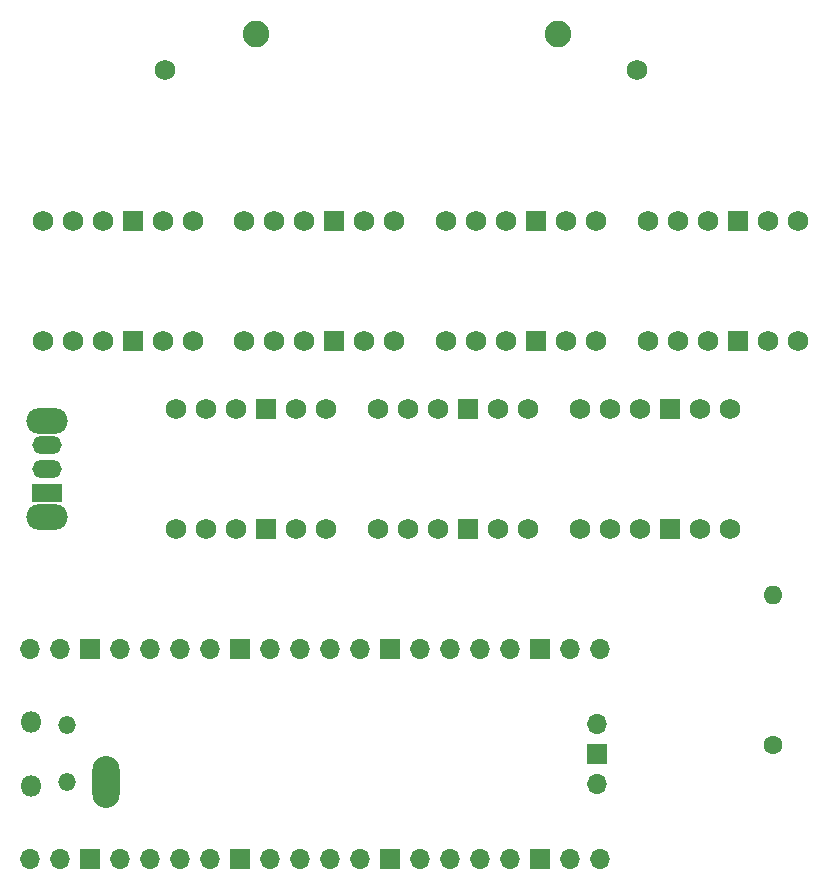
<source format=gbr>
%TF.GenerationSoftware,KiCad,Pcbnew,8.0.1*%
%TF.CreationDate,2024-03-28T23:27:52+01:00*%
%TF.ProjectId,shawazu-gb-dumper,73686177-617a-4752-9d67-622d64756d70,rev?*%
%TF.SameCoordinates,Original*%
%TF.FileFunction,Soldermask,Bot*%
%TF.FilePolarity,Negative*%
%FSLAX46Y46*%
G04 Gerber Fmt 4.6, Leading zero omitted, Abs format (unit mm)*
G04 Created by KiCad (PCBNEW 8.0.1) date 2024-03-28 23:27:52*
%MOMM*%
%LPD*%
G01*
G04 APERTURE LIST*
G04 Aperture macros list*
%AMRoundRect*
0 Rectangle with rounded corners*
0 $1 Rounding radius*
0 $2 $3 $4 $5 $6 $7 $8 $9 X,Y pos of 4 corners*
0 Add a 4 corners polygon primitive as box body*
4,1,4,$2,$3,$4,$5,$6,$7,$8,$9,$2,$3,0*
0 Add four circle primitives for the rounded corners*
1,1,$1+$1,$2,$3*
1,1,$1+$1,$4,$5*
1,1,$1+$1,$6,$7*
1,1,$1+$1,$8,$9*
0 Add four rect primitives between the rounded corners*
20,1,$1+$1,$2,$3,$4,$5,0*
20,1,$1+$1,$4,$5,$6,$7,0*
20,1,$1+$1,$6,$7,$8,$9,0*
20,1,$1+$1,$8,$9,$2,$3,0*%
G04 Aperture macros list end*
%ADD10C,1.750000*%
%ADD11C,2.250000*%
%ADD12RoundRect,0.102000X0.762000X-0.762000X0.762000X0.762000X-0.762000X0.762000X-0.762000X-0.762000X0*%
%ADD13C,1.728000*%
%ADD14O,2.300000X4.400000*%
%ADD15O,1.800000X1.800000*%
%ADD16O,1.500000X1.500000*%
%ADD17O,1.700000X1.700000*%
%ADD18R,1.700000X1.700000*%
%ADD19C,1.600000*%
%ADD20O,1.600000X1.600000*%
%ADD21O,3.500000X2.200000*%
%ADD22R,2.500000X1.500000*%
%ADD23O,2.500000X1.500000*%
G04 APERTURE END LIST*
D10*
%TO.C,J1*%
X118500000Y-41699200D03*
D11*
X126250000Y-38699200D03*
X151750000Y-38699200D03*
D10*
X158500000Y-41699200D03*
%TD*%
D12*
%TO.C,U1*%
X115770000Y-54500000D03*
X115770000Y-64660000D03*
D13*
X113230000Y-54500000D03*
X108150000Y-54500000D03*
X110690000Y-54500000D03*
X118310000Y-54500000D03*
X120850000Y-54500000D03*
X113230000Y-64660000D03*
X108150000Y-64660000D03*
X110690000Y-64660000D03*
X118310000Y-64660000D03*
X120850000Y-64660000D03*
%TD*%
D12*
%TO.C,U4*%
X167000000Y-54500000D03*
X167000000Y-64660000D03*
D13*
X164460000Y-54500000D03*
X159380000Y-54500000D03*
X161920000Y-54500000D03*
X169540000Y-54500000D03*
X172080000Y-54500000D03*
X164460000Y-64660000D03*
X159380000Y-64660000D03*
X161920000Y-64660000D03*
X169540000Y-64660000D03*
X172080000Y-64660000D03*
%TD*%
D14*
%TO.C,PICO_TP4*%
X113500000Y-102000000D03*
%TD*%
D12*
%TO.C,U3*%
X149923332Y-54500000D03*
X149923332Y-64660000D03*
D13*
X147383332Y-54500000D03*
X142303332Y-54500000D03*
X144843332Y-54500000D03*
X152463332Y-54500000D03*
X155003332Y-54500000D03*
X147383332Y-64660000D03*
X142303332Y-64660000D03*
X144843332Y-64660000D03*
X152463332Y-64660000D03*
X155003332Y-64660000D03*
%TD*%
D12*
%TO.C,U2*%
X132846666Y-54500000D03*
X132846666Y-64660000D03*
D13*
X130306666Y-54500000D03*
X125226666Y-54500000D03*
X127766666Y-54500000D03*
X135386666Y-54500000D03*
X137926666Y-54500000D03*
X130306666Y-64660000D03*
X125226666Y-64660000D03*
X127766666Y-64660000D03*
X135386666Y-64660000D03*
X137926666Y-64660000D03*
%TD*%
D12*
%TO.C,U6*%
X144175000Y-70420000D03*
X144175000Y-80580000D03*
D13*
X141635000Y-70420000D03*
X136555000Y-70420000D03*
X139095000Y-70420000D03*
X146715000Y-70420000D03*
X149255000Y-70420000D03*
X141635000Y-80580000D03*
X136555000Y-80580000D03*
X139095000Y-80580000D03*
X146715000Y-80580000D03*
X149255000Y-80580000D03*
%TD*%
D15*
%TO.C,U8*%
X107190000Y-102335000D03*
D16*
X110220000Y-102035000D03*
X110220000Y-97185000D03*
D15*
X107190000Y-96885000D03*
D17*
X107060000Y-108500000D03*
X109600000Y-108500000D03*
D18*
X112140000Y-108500000D03*
D17*
X114680000Y-108500000D03*
X117220000Y-108500000D03*
X119760000Y-108500000D03*
X122300000Y-108500000D03*
D18*
X124840000Y-108500000D03*
D17*
X127380000Y-108500000D03*
X129920000Y-108500000D03*
X132460000Y-108500000D03*
X135000000Y-108500000D03*
D18*
X137540000Y-108500000D03*
D17*
X140080000Y-108500000D03*
X142620000Y-108500000D03*
X145160000Y-108500000D03*
X147700000Y-108500000D03*
D18*
X150240000Y-108500000D03*
D17*
X152780000Y-108500000D03*
X155320000Y-108500000D03*
X155320000Y-90720000D03*
X152780000Y-90720000D03*
D18*
X150240000Y-90720000D03*
D17*
X147700000Y-90720000D03*
X145160000Y-90720000D03*
X142620000Y-90720000D03*
X140080000Y-90720000D03*
D18*
X137540000Y-90720000D03*
D17*
X135000000Y-90720000D03*
X132460000Y-90720000D03*
X129920000Y-90720000D03*
X127380000Y-90720000D03*
D18*
X124840000Y-90720000D03*
D17*
X122300000Y-90720000D03*
X119760000Y-90720000D03*
X117220000Y-90720000D03*
X114680000Y-90720000D03*
D18*
X112140000Y-90720000D03*
D17*
X109600000Y-90720000D03*
X107060000Y-90720000D03*
X155090000Y-102150000D03*
D18*
X155090000Y-99610000D03*
D17*
X155090000Y-97070000D03*
%TD*%
D19*
%TO.C,10K\u03A9*%
X170000000Y-98850000D03*
D20*
X170000000Y-86150000D03*
%TD*%
D21*
%TO.C,SW1*%
X108500000Y-79600000D03*
X108500000Y-71400000D03*
D22*
X108500000Y-77500000D03*
D23*
X108500000Y-75500000D03*
X108500000Y-73500000D03*
%TD*%
D12*
%TO.C,U7*%
X161270000Y-70420000D03*
X161270000Y-80580000D03*
D13*
X158730000Y-70420000D03*
X153650000Y-70420000D03*
X156190000Y-70420000D03*
X163810000Y-70420000D03*
X166350000Y-70420000D03*
X158730000Y-80580000D03*
X153650000Y-80580000D03*
X156190000Y-80580000D03*
X163810000Y-80580000D03*
X166350000Y-80580000D03*
%TD*%
D12*
%TO.C,U5*%
X127080000Y-70420000D03*
X127080000Y-80580000D03*
D13*
X124540000Y-70420000D03*
X119460000Y-70420000D03*
X122000000Y-70420000D03*
X129620000Y-70420000D03*
X132160000Y-70420000D03*
X124540000Y-80580000D03*
X119460000Y-80580000D03*
X122000000Y-80580000D03*
X129620000Y-80580000D03*
X132160000Y-80580000D03*
%TD*%
M02*

</source>
